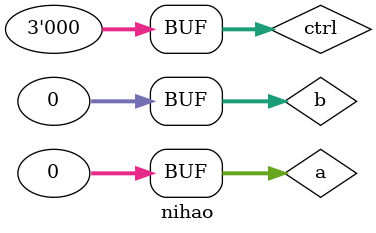
<source format=v>
`timescale 1ns / 1ps


module nihao;

	// Inputs
	reg [2:0] ctrl;
	reg [31:0] a;
	reg [31:0] b;

	// Outputs
	wire co;
	wire overflow;
	wire zero;
	wire [31:0] res;

	// Instantiate the Unit Under Test (UUT)
	alu32 uut (
		.ctrl(ctrl), 
		.a(a), 
		.b(b), 
		.co(co), 
		.overflow(overflow), 
		.zero(zero), 
		.res(res)
	);

	initial begin
		// Initialize Inputs
		ctrl = 0;
		a = 0;
		b = 0;

		// Wait 100 ns for global reset to finish
		#100;
        
		// Add stimulus here

	end
      
endmodule


</source>
